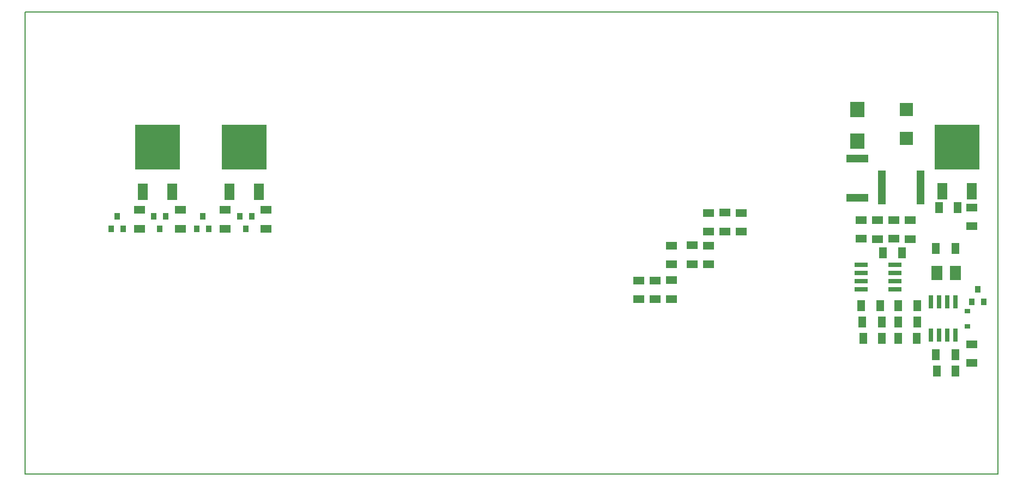
<source format=gbr>
G04 PROTEUS GERBER X2 FILE*
%TF.GenerationSoftware,Labcenter,Proteus,8.7-SP3-Build25561*%
%TF.CreationDate,2021-04-27T11:42:45+00:00*%
%TF.FileFunction,Paste,Bot*%
%TF.FilePolarity,Positive*%
%TF.Part,Single*%
%TF.SameCoordinates,{6203c4a4-ae23-4678-9b2e-be1f49d5fe9b}*%
%FSLAX45Y45*%
%MOMM*%
G01*
%TA.AperFunction,Material*%
%ADD97R,0.889000X1.016000*%
%ADD91R,6.985000X6.985000*%
%ADD92R,1.524000X2.540000*%
%TA.AperFunction,Material*%
%ADD88R,2.108200X2.108200*%
%ADD96R,0.889000X0.635000*%
%ADD84R,1.193800X5.308600*%
%ADD89R,2.260600X2.362200*%
%TA.AperFunction,Material*%
%ADD98R,2.032000X0.635000*%
%ADD93R,0.635000X2.032000*%
%TA.AperFunction,Material*%
%ADD90R,3.403600X1.244600*%
%ADD95R,1.803400X2.260600*%
%ADD87R,1.143000X1.803400*%
%ADD94R,1.803400X1.143000*%
%TA.AperFunction,Profile*%
%ADD37C,0.203200*%
%TD.AperFunction*%
D97*
X+8196580Y-1389380D03*
X+8290560Y-1579880D03*
X+8102600Y-1579880D03*
D91*
X+7874000Y+825500D03*
D92*
X+8102600Y+134620D03*
X+7645400Y+134620D03*
D88*
X+7086600Y+1404620D03*
X+7086600Y+954620D03*
D96*
X+8039100Y-1960880D03*
X+8039100Y-1725930D03*
D84*
X+6705600Y+198120D03*
X+7305600Y+198120D03*
D89*
X+6324600Y+914620D03*
X+6324600Y+1404620D03*
D98*
X+6908800Y-1008380D03*
X+6908800Y-1135380D03*
X+6908800Y-1262380D03*
X+6908800Y-1389380D03*
X+6388100Y-1389380D03*
X+6388100Y-1262380D03*
X+6388100Y-1135380D03*
X+6388100Y-1008380D03*
D93*
X+7848600Y-2100580D03*
X+7721600Y-2100580D03*
X+7594600Y-2100580D03*
X+7467600Y-2100580D03*
X+7467600Y-1579880D03*
X+7594600Y-1579880D03*
X+7721600Y-1579880D03*
X+7848600Y-1579880D03*
D90*
X+6324600Y+642620D03*
X+6324600Y+32620D03*
D95*
X+7848600Y-1135380D03*
X+7558600Y-1135380D03*
D87*
X+7848600Y-754380D03*
X+7548600Y-754380D03*
X+6705600Y-2151380D03*
X+6415600Y-2151380D03*
X+6678100Y-1643380D03*
X+6388100Y-1643380D03*
D94*
X+6388100Y-599880D03*
X+6388100Y-309880D03*
X+6896100Y-599880D03*
X+6896100Y-309880D03*
D87*
X+7249600Y-2151380D03*
X+6959600Y-2151380D03*
D94*
X+8102600Y-2242380D03*
X+8102600Y-2532380D03*
D87*
X+7848600Y-2405380D03*
X+7548600Y-2405380D03*
D94*
X+7150100Y-309880D03*
X+7150100Y-609880D03*
X+8102600Y-119380D03*
X+8102600Y-409380D03*
D87*
X+7594600Y-119380D03*
X+7884600Y-119380D03*
X+7848600Y-2659380D03*
X+7558600Y-2659380D03*
D94*
X+6642100Y-309880D03*
X+6642100Y-609880D03*
D87*
X+7023100Y-817880D03*
X+6723100Y-817880D03*
X+7259600Y-1643380D03*
X+6959600Y-1643380D03*
X+7259600Y-1897380D03*
X+6959600Y-1897380D03*
X+6705600Y-1897380D03*
X+6405600Y-1897380D03*
D91*
X-4546600Y+817880D03*
D92*
X-4318000Y+127000D03*
X-4775200Y+127000D03*
D91*
X-3200400Y+817880D03*
D92*
X-2971800Y+127000D03*
X-3429000Y+127000D03*
D97*
X-5173980Y-254000D03*
X-5080000Y-444500D03*
X-5267960Y-444500D03*
X-3840480Y-254000D03*
X-3746500Y-444500D03*
X-3934460Y-444500D03*
X-4508500Y-444500D03*
X-4602480Y-254000D03*
X-4414520Y-254000D03*
X-3175000Y-444500D03*
X-3268980Y-254000D03*
X-3081020Y-254000D03*
D94*
X-4826000Y-154500D03*
X-4826000Y-444500D03*
X-4191000Y-154500D03*
X-4191000Y-444500D03*
X-3492500Y-154500D03*
X-3492500Y-444500D03*
X-2857500Y-154500D03*
X-2857500Y-444500D03*
X+3439000Y-1242500D03*
X+3439000Y-1542500D03*
X+3756500Y-698500D03*
X+3756500Y-998500D03*
X+4264500Y-190500D03*
X+4264500Y-490500D03*
X+2931000Y-1542500D03*
X+2931000Y-1252500D03*
X+3439000Y-998500D03*
X+3439000Y-708500D03*
X+4010500Y-998500D03*
X+4010500Y-708500D03*
X+3185000Y-1542500D03*
X+3185000Y-1252500D03*
X+4010500Y-490500D03*
X+4010500Y-200500D03*
X+4518500Y-490500D03*
X+4518500Y-200500D03*
D37*
X-6604000Y-4254500D02*
X+8509000Y-4254500D01*
X+8509000Y+2921000D01*
X-6604000Y+2921000D01*
X-6604000Y-4254500D01*
M02*

</source>
